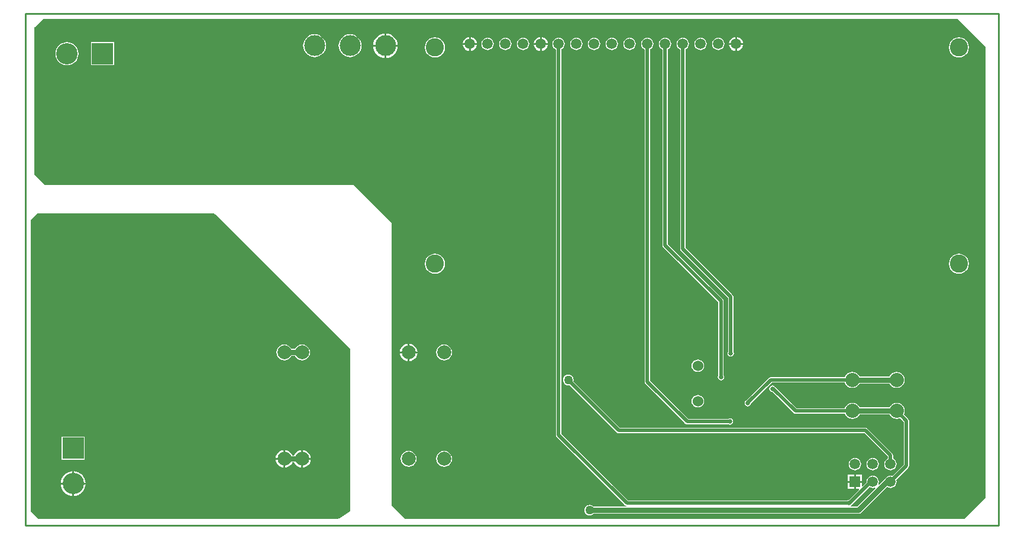
<source format=gbl>
G04 Layer_Physical_Order=2*
G04 Layer_Color=16711680*
%FSLAX44Y44*%
%MOMM*%
G71*
G01*
G75*
%ADD25C,0.5080*%
%ADD26C,0.7620*%
%ADD27C,0.1000*%
%ADD28C,0.2540*%
%ADD29C,2.0000*%
%ADD30C,1.5000*%
%ADD31R,1.5000X1.5000*%
%ADD32C,1.5240*%
%ADD33C,2.0320*%
%ADD34C,3.0000*%
%ADD35R,3.0480X3.0480*%
%ADD36C,3.0480*%
%ADD37R,3.0480X3.0480*%
%ADD38C,2.6000*%
%ADD39C,0.6350*%
%ADD40C,1.2700*%
G36*
X1718310Y1261110D02*
X1757680Y1221740D01*
Y575310D01*
X1727200Y544830D01*
X927100D01*
X908050Y563880D01*
Y969010D01*
X853440Y1023620D01*
X411480D01*
X396240Y1038860D01*
Y1249680D01*
X397510D01*
X408940Y1261110D01*
X1718310Y1261110D01*
D02*
G37*
G36*
X848360Y788669D02*
X848360Y556260D01*
X833120Y546100D01*
X829310Y544830D01*
X402590Y544830D01*
X391160Y556260D01*
Y972820D01*
X392430Y974090D01*
X401320Y982980D01*
X654051Y982980D01*
X848360Y788669D01*
D02*
G37*
%LPC*%
G36*
X1346200Y722707D02*
X1343879Y722401D01*
X1341717Y721505D01*
X1339860Y720080D01*
X1338435Y718223D01*
X1337539Y716061D01*
X1337233Y713740D01*
X1337539Y711419D01*
X1338435Y709257D01*
X1339860Y707400D01*
X1341717Y705975D01*
X1343879Y705079D01*
X1346200Y704773D01*
X1348521Y705079D01*
X1350683Y705975D01*
X1352540Y707400D01*
X1353965Y709257D01*
X1354861Y711419D01*
X1355167Y713740D01*
X1354861Y716061D01*
X1353965Y718223D01*
X1352540Y720080D01*
X1350683Y721505D01*
X1348521Y722401D01*
X1346200Y722707D01*
D02*
G37*
G36*
X1299210Y1234396D02*
X1296921Y1234094D01*
X1294787Y1233211D01*
X1292955Y1231805D01*
X1291549Y1229973D01*
X1290666Y1227839D01*
X1290364Y1225550D01*
X1290666Y1223261D01*
X1291549Y1221127D01*
X1292955Y1219295D01*
X1294787Y1217889D01*
X1295325Y1217666D01*
Y937260D01*
X1295621Y935773D01*
X1296463Y934513D01*
X1375335Y855641D01*
Y750217D01*
X1375033Y749764D01*
X1374688Y748030D01*
X1375033Y746296D01*
X1376015Y744825D01*
X1377486Y743843D01*
X1379220Y743498D01*
X1380954Y743843D01*
X1382425Y744825D01*
X1383407Y746296D01*
X1383752Y748030D01*
X1383407Y749764D01*
X1383105Y750217D01*
Y857250D01*
X1382809Y858737D01*
X1381967Y859997D01*
X1303095Y938869D01*
Y1217666D01*
X1303633Y1217889D01*
X1305465Y1219295D01*
X1306871Y1221127D01*
X1307754Y1223261D01*
X1308056Y1225550D01*
X1307754Y1227839D01*
X1306871Y1229973D01*
X1305465Y1231805D01*
X1303633Y1233211D01*
X1301499Y1234094D01*
X1299210Y1234396D01*
D02*
G37*
G36*
X1630680Y755749D02*
X1627696Y755356D01*
X1624916Y754204D01*
X1622528Y752372D01*
X1620696Y749984D01*
X1620454Y749399D01*
X1577406D01*
X1577164Y749984D01*
X1575332Y752372D01*
X1572944Y754204D01*
X1570164Y755356D01*
X1567180Y755749D01*
X1564196Y755356D01*
X1561416Y754204D01*
X1559028Y752372D01*
X1557196Y749984D01*
X1556417Y748105D01*
X1450340D01*
X1448853Y747809D01*
X1447593Y746967D01*
X1415266Y714640D01*
X1414435Y714085D01*
X1413453Y712614D01*
X1413108Y710880D01*
X1413453Y709146D01*
X1414435Y707675D01*
X1415906Y706693D01*
X1417640Y706348D01*
X1419374Y706693D01*
X1420845Y707675D01*
X1421827Y709146D01*
X1422092Y710479D01*
X1451949Y740335D01*
X1556417D01*
X1557196Y738456D01*
X1559028Y736068D01*
X1561416Y734236D01*
X1564196Y733084D01*
X1567180Y732691D01*
X1570164Y733084D01*
X1572944Y734236D01*
X1575332Y736068D01*
X1577164Y738456D01*
X1577406Y739041D01*
X1620454D01*
X1620696Y738456D01*
X1622528Y736068D01*
X1624916Y734236D01*
X1627696Y733084D01*
X1630680Y732691D01*
X1633664Y733084D01*
X1636444Y734236D01*
X1638832Y736068D01*
X1640664Y738456D01*
X1641816Y741236D01*
X1642209Y744220D01*
X1641816Y747204D01*
X1640664Y749984D01*
X1638832Y752372D01*
X1636444Y754204D01*
X1633664Y755356D01*
X1630680Y755749D01*
D02*
G37*
G36*
X1273810Y1234396D02*
X1271521Y1234094D01*
X1269387Y1233211D01*
X1267555Y1231805D01*
X1266149Y1229973D01*
X1265266Y1227839D01*
X1264964Y1225550D01*
X1265266Y1223261D01*
X1266149Y1221127D01*
X1267555Y1219295D01*
X1269387Y1217889D01*
X1269925Y1217666D01*
Y741680D01*
X1270221Y740193D01*
X1271063Y738933D01*
X1328213Y681783D01*
X1329473Y680941D01*
X1330960Y680645D01*
X1389733D01*
X1390186Y680343D01*
X1391920Y679998D01*
X1393654Y680343D01*
X1395125Y681325D01*
X1396107Y682796D01*
X1396452Y684530D01*
X1396107Y686264D01*
X1395125Y687735D01*
X1393654Y688717D01*
X1391920Y689062D01*
X1390186Y688717D01*
X1389733Y688415D01*
X1332569D01*
X1277695Y743289D01*
Y1217666D01*
X1278233Y1217889D01*
X1280065Y1219295D01*
X1281471Y1221127D01*
X1282354Y1223261D01*
X1282656Y1225550D01*
X1282354Y1227839D01*
X1281471Y1229973D01*
X1280065Y1231805D01*
X1278233Y1233211D01*
X1276099Y1234094D01*
X1273810Y1234396D01*
D02*
G37*
G36*
X1346200Y773507D02*
X1343879Y773201D01*
X1341717Y772305D01*
X1339860Y770880D01*
X1338435Y769023D01*
X1337539Y766861D01*
X1337233Y764540D01*
X1337539Y762219D01*
X1338435Y760057D01*
X1339860Y758200D01*
X1341717Y756775D01*
X1343879Y755879D01*
X1346200Y755573D01*
X1348521Y755879D01*
X1350683Y756775D01*
X1352540Y758200D01*
X1353965Y760057D01*
X1354861Y762219D01*
X1355167Y764540D01*
X1354861Y766861D01*
X1353965Y769023D01*
X1352540Y770880D01*
X1350683Y772305D01*
X1348521Y773201D01*
X1346200Y773507D01*
D02*
G37*
G36*
X931010Y796071D02*
X929006Y795807D01*
X925956Y794544D01*
X923336Y792534D01*
X921326Y789914D01*
X920063Y786864D01*
X919799Y784860D01*
X931010D01*
Y796071D01*
D02*
G37*
G36*
X933550Y796071D02*
Y784860D01*
X944761D01*
X944497Y786864D01*
X943234Y789914D01*
X941224Y792534D01*
X938604Y794544D01*
X935554Y795807D01*
X933550Y796071D01*
D02*
G37*
G36*
X1324610Y1234396D02*
X1322321Y1234094D01*
X1320187Y1233211D01*
X1318355Y1231805D01*
X1316949Y1229973D01*
X1316066Y1227839D01*
X1315764Y1225550D01*
X1316066Y1223261D01*
X1316949Y1221127D01*
X1318355Y1219295D01*
X1320187Y1217889D01*
X1320725Y1217666D01*
Y932180D01*
X1321021Y930693D01*
X1321863Y929433D01*
X1389305Y861991D01*
Y784507D01*
X1389003Y784054D01*
X1388658Y782320D01*
X1389003Y780586D01*
X1389985Y779115D01*
X1391456Y778133D01*
X1393190Y777788D01*
X1394924Y778133D01*
X1396395Y779115D01*
X1397377Y780586D01*
X1397722Y782320D01*
X1397377Y784054D01*
X1397075Y784507D01*
Y863600D01*
X1396779Y865087D01*
X1395937Y866347D01*
X1328495Y933789D01*
Y1217666D01*
X1329033Y1217889D01*
X1330865Y1219295D01*
X1332271Y1221127D01*
X1333154Y1223261D01*
X1333456Y1225550D01*
X1333154Y1227839D01*
X1332271Y1229973D01*
X1330865Y1231805D01*
X1329033Y1233211D01*
X1326899Y1234094D01*
X1324610Y1234396D01*
D02*
G37*
G36*
X944761Y782320D02*
X933550D01*
Y771109D01*
X935554Y771373D01*
X938604Y772636D01*
X941224Y774646D01*
X943234Y777266D01*
X944497Y780316D01*
X944761Y782320D01*
D02*
G37*
G36*
X931010D02*
X919799D01*
X920063Y780316D01*
X921326Y777266D01*
X923336Y774646D01*
X925956Y772636D01*
X929006Y771373D01*
X931010Y771109D01*
Y782320D01*
D02*
G37*
G36*
X983080Y794957D02*
X980138Y794570D01*
X977396Y793434D01*
X975042Y791628D01*
X973236Y789274D01*
X972100Y786532D01*
X971713Y783590D01*
X972100Y780648D01*
X973236Y777906D01*
X975042Y775552D01*
X977396Y773746D01*
X980138Y772610D01*
X983080Y772223D01*
X986022Y772610D01*
X988764Y773746D01*
X991118Y775552D01*
X992924Y777906D01*
X994060Y780648D01*
X994447Y783590D01*
X994060Y786532D01*
X992924Y789274D01*
X991118Y791628D01*
X988764Y793434D01*
X986022Y794570D01*
X983080Y794957D01*
D02*
G37*
G36*
X1569720Y608210D02*
X1560950D01*
Y599440D01*
X1569720D01*
Y608210D01*
D02*
G37*
G36*
X1146810Y1234396D02*
X1144521Y1234094D01*
X1142387Y1233211D01*
X1140555Y1231805D01*
X1139149Y1229973D01*
X1138266Y1227839D01*
X1137964Y1225550D01*
X1138266Y1223261D01*
X1139149Y1221127D01*
X1140555Y1219295D01*
X1142387Y1217889D01*
X1142925Y1217666D01*
Y665480D01*
X1143221Y663993D01*
X1144063Y662733D01*
X1241853Y564943D01*
X1243113Y564101D01*
X1243724Y563979D01*
X1243599Y562710D01*
X1196890D01*
X1196695Y562965D01*
X1195103Y564186D01*
X1193249Y564954D01*
X1191260Y565216D01*
X1189271Y564954D01*
X1187417Y564186D01*
X1185825Y562965D01*
X1184604Y561373D01*
X1183836Y559519D01*
X1183574Y557530D01*
X1183836Y555541D01*
X1184604Y553687D01*
X1185825Y552095D01*
X1187417Y550874D01*
X1189271Y550106D01*
X1191260Y549844D01*
X1193249Y550106D01*
X1195103Y550874D01*
X1196695Y552095D01*
X1196890Y552351D01*
X1576070D01*
X1578052Y552745D01*
X1579733Y553867D01*
X1616805Y590941D01*
X1617367Y590509D01*
X1619501Y589626D01*
X1621790Y589324D01*
X1624079Y589626D01*
X1626213Y590509D01*
X1628045Y591915D01*
X1629451Y593747D01*
X1630334Y595881D01*
X1630636Y598170D01*
X1630334Y600459D01*
X1630111Y600998D01*
X1647397Y618283D01*
X1648239Y619543D01*
X1648535Y621030D01*
Y685800D01*
X1648239Y687287D01*
X1647397Y688547D01*
X1641037Y694906D01*
X1641816Y696786D01*
X1642209Y699770D01*
X1641816Y702754D01*
X1640664Y705534D01*
X1638832Y707922D01*
X1636444Y709754D01*
X1633664Y710906D01*
X1630680Y711299D01*
X1627696Y710906D01*
X1624916Y709754D01*
X1622528Y707922D01*
X1620696Y705534D01*
X1620454Y704949D01*
X1577406D01*
X1577164Y705534D01*
X1575332Y707922D01*
X1572944Y709754D01*
X1570164Y710906D01*
X1567180Y711299D01*
X1564196Y710906D01*
X1561416Y709754D01*
X1559028Y707922D01*
X1557196Y705534D01*
X1556417Y703655D01*
X1487509D01*
X1456897Y734267D01*
X1455637Y735109D01*
X1455456Y735145D01*
X1454614Y735707D01*
X1452880Y736052D01*
X1451146Y735707D01*
X1449675Y734725D01*
X1448693Y733254D01*
X1448348Y731520D01*
X1448693Y729786D01*
X1449675Y728315D01*
X1451146Y727333D01*
X1452880Y726988D01*
X1453137Y727039D01*
X1483153Y697023D01*
X1484413Y696181D01*
X1485900Y695885D01*
X1556417D01*
X1557196Y694006D01*
X1559028Y691618D01*
X1561416Y689786D01*
X1564196Y688634D01*
X1567180Y688241D01*
X1570164Y688634D01*
X1572944Y689786D01*
X1575332Y691618D01*
X1577164Y694006D01*
X1577406Y694591D01*
X1620454D01*
X1620696Y694006D01*
X1622528Y691618D01*
X1624916Y689786D01*
X1627696Y688634D01*
X1630680Y688241D01*
X1633664Y688634D01*
X1635544Y689413D01*
X1640765Y684191D01*
Y622639D01*
X1624618Y606491D01*
X1624079Y606714D01*
X1621790Y607016D01*
X1619501Y606714D01*
X1617367Y605831D01*
X1615535Y604425D01*
X1614129Y602593D01*
X1614108Y602541D01*
X1613047Y601833D01*
X1605753Y594538D01*
X1604676Y595257D01*
X1604934Y595881D01*
X1605236Y598170D01*
X1604934Y600459D01*
X1604051Y602593D01*
X1602645Y604425D01*
X1600813Y605831D01*
X1598679Y606714D01*
X1596390Y607016D01*
X1594101Y606714D01*
X1591967Y605831D01*
X1590135Y604425D01*
X1588729Y602593D01*
X1587846Y600459D01*
X1587544Y598170D01*
X1587639Y597453D01*
X1582203Y592017D01*
X1581030Y592503D01*
Y596900D01*
X1572260D01*
Y588130D01*
X1576657D01*
X1577143Y586957D01*
X1562357Y572171D01*
X1562100Y572222D01*
X1560366Y571877D01*
X1559913Y571575D01*
X1246209D01*
X1150695Y667089D01*
Y1217666D01*
X1151233Y1217889D01*
X1153065Y1219295D01*
X1154471Y1221127D01*
X1155354Y1223261D01*
X1155656Y1225550D01*
X1155354Y1227839D01*
X1154471Y1229973D01*
X1153065Y1231805D01*
X1151233Y1233211D01*
X1149099Y1234094D01*
X1146810Y1234396D01*
D02*
G37*
G36*
X1569720Y596900D02*
X1560950D01*
Y588130D01*
X1569720D01*
Y596900D01*
D02*
G37*
G36*
X1581030Y608210D02*
X1572260D01*
Y599440D01*
X1581030D01*
Y608210D01*
D02*
G37*
G36*
X932280Y642557D02*
X929338Y642170D01*
X926596Y641034D01*
X924242Y639228D01*
X922436Y636874D01*
X921300Y634132D01*
X920913Y631190D01*
X921300Y628248D01*
X922436Y625506D01*
X924242Y623152D01*
X926596Y621346D01*
X929338Y620210D01*
X932280Y619823D01*
X935222Y620210D01*
X937964Y621346D01*
X940318Y623152D01*
X942124Y625506D01*
X943260Y628248D01*
X943647Y631190D01*
X943260Y634132D01*
X942124Y636874D01*
X940318Y639228D01*
X937964Y641034D01*
X935222Y642170D01*
X932280Y642557D01*
D02*
G37*
G36*
X983080D02*
X980138Y642170D01*
X977396Y641034D01*
X975042Y639228D01*
X973236Y636874D01*
X972100Y634132D01*
X971713Y631190D01*
X972100Y628248D01*
X973236Y625506D01*
X975042Y623152D01*
X977396Y621346D01*
X980138Y620210D01*
X983080Y619823D01*
X986022Y620210D01*
X988764Y621346D01*
X991118Y623152D01*
X992924Y625506D01*
X994060Y628248D01*
X994447Y631190D01*
X994060Y634132D01*
X992924Y636874D01*
X991118Y639228D01*
X988764Y641034D01*
X986022Y642170D01*
X983080Y642557D01*
D02*
G37*
G36*
X1570990Y632416D02*
X1568701Y632114D01*
X1566567Y631231D01*
X1564735Y629825D01*
X1563329Y627993D01*
X1562446Y625859D01*
X1562144Y623570D01*
X1562446Y621281D01*
X1563329Y619147D01*
X1564735Y617315D01*
X1566567Y615909D01*
X1568701Y615026D01*
X1570990Y614724D01*
X1573279Y615026D01*
X1575413Y615909D01*
X1577245Y617315D01*
X1578651Y619147D01*
X1579534Y621281D01*
X1579836Y623570D01*
X1579534Y625859D01*
X1578651Y627993D01*
X1577245Y629825D01*
X1575413Y631231D01*
X1573279Y632114D01*
X1570990Y632416D01*
D02*
G37*
G36*
X1596390D02*
X1594101Y632114D01*
X1591967Y631231D01*
X1590135Y629825D01*
X1588729Y627993D01*
X1587846Y625859D01*
X1587544Y623570D01*
X1587846Y621281D01*
X1588729Y619147D01*
X1590135Y617315D01*
X1591967Y615909D01*
X1594101Y615026D01*
X1596390Y614724D01*
X1598679Y615026D01*
X1600813Y615909D01*
X1602645Y617315D01*
X1604051Y619147D01*
X1604934Y621281D01*
X1605236Y623570D01*
X1604934Y625859D01*
X1604051Y627993D01*
X1602645Y629825D01*
X1600813Y631231D01*
X1598679Y632114D01*
X1596390Y632416D01*
D02*
G37*
G36*
X1160780Y751906D02*
X1158791Y751644D01*
X1156937Y750876D01*
X1155345Y749655D01*
X1154124Y748063D01*
X1153356Y746209D01*
X1153094Y744220D01*
X1153356Y742231D01*
X1154124Y740377D01*
X1155345Y738785D01*
X1156937Y737564D01*
X1158791Y736796D01*
X1160780Y736534D01*
X1162717Y736789D01*
X1230423Y669083D01*
X1231683Y668241D01*
X1233170Y667945D01*
X1584621D01*
X1617905Y634661D01*
Y631454D01*
X1617367Y631231D01*
X1615535Y629825D01*
X1614129Y627993D01*
X1613246Y625859D01*
X1612944Y623570D01*
X1613246Y621281D01*
X1614129Y619147D01*
X1615535Y617315D01*
X1617367Y615909D01*
X1619501Y615026D01*
X1621790Y614724D01*
X1624079Y615026D01*
X1626213Y615909D01*
X1628045Y617315D01*
X1629451Y619147D01*
X1630334Y621281D01*
X1630636Y623570D01*
X1630334Y625859D01*
X1629451Y627993D01*
X1628045Y629825D01*
X1626213Y631231D01*
X1625675Y631454D01*
Y636270D01*
X1625379Y637757D01*
X1624537Y639017D01*
X1588977Y674577D01*
X1587717Y675419D01*
X1586230Y675715D01*
X1234779D01*
X1168211Y742283D01*
X1168466Y744220D01*
X1168204Y746209D01*
X1167436Y748063D01*
X1166215Y749655D01*
X1164623Y750876D01*
X1162769Y751644D01*
X1160780Y751906D01*
D02*
G37*
G36*
X1248410Y1234396D02*
X1246121Y1234094D01*
X1243987Y1233211D01*
X1242155Y1231805D01*
X1240749Y1229973D01*
X1239866Y1227839D01*
X1239564Y1225550D01*
X1239866Y1223261D01*
X1240749Y1221127D01*
X1242155Y1219295D01*
X1243987Y1217889D01*
X1246121Y1217006D01*
X1248410Y1216704D01*
X1250699Y1217006D01*
X1252833Y1217889D01*
X1254665Y1219295D01*
X1256071Y1221127D01*
X1256954Y1223261D01*
X1257256Y1225550D01*
X1256954Y1227839D01*
X1256071Y1229973D01*
X1254665Y1231805D01*
X1252833Y1233211D01*
X1250699Y1234094D01*
X1248410Y1234396D01*
D02*
G37*
G36*
X1223010D02*
X1220721Y1234094D01*
X1218587Y1233211D01*
X1216755Y1231805D01*
X1215349Y1229973D01*
X1214466Y1227839D01*
X1214164Y1225550D01*
X1214466Y1223261D01*
X1215349Y1221127D01*
X1216755Y1219295D01*
X1218587Y1217889D01*
X1220721Y1217006D01*
X1223010Y1216704D01*
X1225299Y1217006D01*
X1227433Y1217889D01*
X1229265Y1219295D01*
X1230671Y1221127D01*
X1231554Y1223261D01*
X1231856Y1225550D01*
X1231554Y1227839D01*
X1230671Y1229973D01*
X1229265Y1231805D01*
X1227433Y1233211D01*
X1225299Y1234094D01*
X1223010Y1234396D01*
D02*
G37*
G36*
X1375410D02*
X1373121Y1234094D01*
X1370987Y1233211D01*
X1369155Y1231805D01*
X1367749Y1229973D01*
X1366866Y1227839D01*
X1366564Y1225550D01*
X1366866Y1223261D01*
X1367749Y1221127D01*
X1369155Y1219295D01*
X1370987Y1217889D01*
X1373121Y1217006D01*
X1375410Y1216704D01*
X1377699Y1217006D01*
X1379833Y1217889D01*
X1381665Y1219295D01*
X1383071Y1221127D01*
X1383954Y1223261D01*
X1384256Y1225550D01*
X1383954Y1227839D01*
X1383071Y1229973D01*
X1381665Y1231805D01*
X1379833Y1233211D01*
X1377699Y1234094D01*
X1375410Y1234396D01*
D02*
G37*
G36*
X1350010D02*
X1347721Y1234094D01*
X1345587Y1233211D01*
X1343755Y1231805D01*
X1342349Y1229973D01*
X1341466Y1227839D01*
X1341164Y1225550D01*
X1341466Y1223261D01*
X1342349Y1221127D01*
X1343755Y1219295D01*
X1345587Y1217889D01*
X1347721Y1217006D01*
X1350010Y1216704D01*
X1352299Y1217006D01*
X1354433Y1217889D01*
X1356265Y1219295D01*
X1357671Y1221127D01*
X1358554Y1223261D01*
X1358856Y1225550D01*
X1358554Y1227839D01*
X1357671Y1229973D01*
X1356265Y1231805D01*
X1354433Y1233211D01*
X1352299Y1234094D01*
X1350010Y1234396D01*
D02*
G37*
G36*
X1096010D02*
X1093721Y1234094D01*
X1091587Y1233211D01*
X1089755Y1231805D01*
X1088349Y1229973D01*
X1087466Y1227839D01*
X1087164Y1225550D01*
X1087466Y1223261D01*
X1088349Y1221127D01*
X1089755Y1219295D01*
X1091587Y1217889D01*
X1093721Y1217006D01*
X1096010Y1216704D01*
X1098299Y1217006D01*
X1100433Y1217889D01*
X1102265Y1219295D01*
X1103671Y1221127D01*
X1104554Y1223261D01*
X1104856Y1225550D01*
X1104554Y1227839D01*
X1103671Y1229973D01*
X1102265Y1231805D01*
X1100433Y1233211D01*
X1098299Y1234094D01*
X1096010Y1234396D01*
D02*
G37*
G36*
X1070610D02*
X1068321Y1234094D01*
X1066187Y1233211D01*
X1064355Y1231805D01*
X1062949Y1229973D01*
X1062066Y1227839D01*
X1061764Y1225550D01*
X1062066Y1223261D01*
X1062949Y1221127D01*
X1064355Y1219295D01*
X1066187Y1217889D01*
X1068321Y1217006D01*
X1070610Y1216704D01*
X1072899Y1217006D01*
X1075033Y1217889D01*
X1076865Y1219295D01*
X1078271Y1221127D01*
X1079154Y1223261D01*
X1079456Y1225550D01*
X1079154Y1227839D01*
X1078271Y1229973D01*
X1076865Y1231805D01*
X1075033Y1233211D01*
X1072899Y1234094D01*
X1070610Y1234396D01*
D02*
G37*
G36*
X1197610D02*
X1195321Y1234094D01*
X1193187Y1233211D01*
X1191355Y1231805D01*
X1189949Y1229973D01*
X1189066Y1227839D01*
X1188764Y1225550D01*
X1189066Y1223261D01*
X1189949Y1221127D01*
X1191355Y1219295D01*
X1193187Y1217889D01*
X1195321Y1217006D01*
X1197610Y1216704D01*
X1199899Y1217006D01*
X1202033Y1217889D01*
X1203865Y1219295D01*
X1205271Y1221127D01*
X1206154Y1223261D01*
X1206456Y1225550D01*
X1206154Y1227839D01*
X1205271Y1229973D01*
X1203865Y1231805D01*
X1202033Y1233211D01*
X1199899Y1234094D01*
X1197610Y1234396D01*
D02*
G37*
G36*
X1172210D02*
X1169921Y1234094D01*
X1167787Y1233211D01*
X1165955Y1231805D01*
X1164549Y1229973D01*
X1163666Y1227839D01*
X1163364Y1225550D01*
X1163666Y1223261D01*
X1164549Y1221127D01*
X1165955Y1219295D01*
X1167787Y1217889D01*
X1169921Y1217006D01*
X1172210Y1216704D01*
X1174499Y1217006D01*
X1176633Y1217889D01*
X1178465Y1219295D01*
X1179871Y1221127D01*
X1180754Y1223261D01*
X1181056Y1225550D01*
X1180754Y1227839D01*
X1179871Y1229973D01*
X1178465Y1231805D01*
X1176633Y1233211D01*
X1174499Y1234094D01*
X1172210Y1234396D01*
D02*
G37*
G36*
X1122680Y1235509D02*
Y1226820D01*
X1131369D01*
X1131192Y1228171D01*
X1130180Y1230613D01*
X1128571Y1232711D01*
X1126473Y1234320D01*
X1124031Y1235332D01*
X1122680Y1235509D01*
D02*
G37*
G36*
X1120140D02*
X1118789Y1235332D01*
X1116347Y1234320D01*
X1114249Y1232711D01*
X1112640Y1230613D01*
X1111628Y1228171D01*
X1111451Y1226820D01*
X1120140D01*
Y1235509D01*
D02*
G37*
G36*
X1402080D02*
Y1226820D01*
X1410769D01*
X1410592Y1228171D01*
X1409580Y1230613D01*
X1407971Y1232711D01*
X1405873Y1234320D01*
X1403431Y1235332D01*
X1402080Y1235509D01*
D02*
G37*
G36*
X1399540D02*
X1398189Y1235332D01*
X1395747Y1234320D01*
X1393649Y1232711D01*
X1392040Y1230613D01*
X1391028Y1228171D01*
X1390851Y1226820D01*
X1399540D01*
Y1235509D01*
D02*
G37*
G36*
X900430Y1240510D02*
Y1224280D01*
X916660D01*
X916446Y1226448D01*
X915443Y1229755D01*
X913814Y1232802D01*
X911623Y1235473D01*
X908952Y1237664D01*
X905905Y1239293D01*
X902598Y1240296D01*
X900430Y1240510D01*
D02*
G37*
G36*
X897890D02*
X895722Y1240296D01*
X892415Y1239293D01*
X889368Y1237664D01*
X886697Y1235473D01*
X884505Y1232802D01*
X882877Y1229755D01*
X881874Y1226448D01*
X881660Y1224280D01*
X897890D01*
Y1240510D01*
D02*
G37*
G36*
X1021080Y1235509D02*
Y1226820D01*
X1029769D01*
X1029592Y1228171D01*
X1028580Y1230613D01*
X1026971Y1232711D01*
X1024873Y1234320D01*
X1022431Y1235332D01*
X1021080Y1235509D01*
D02*
G37*
G36*
X1018540D02*
X1017189Y1235332D01*
X1014747Y1234320D01*
X1012649Y1232711D01*
X1011040Y1230613D01*
X1010028Y1228171D01*
X1009851Y1226820D01*
X1018540D01*
Y1235509D01*
D02*
G37*
G36*
X1045210Y1234396D02*
X1042921Y1234094D01*
X1040787Y1233211D01*
X1038955Y1231805D01*
X1037549Y1229973D01*
X1036666Y1227839D01*
X1036364Y1225550D01*
X1036666Y1223261D01*
X1037549Y1221127D01*
X1038955Y1219295D01*
X1040787Y1217889D01*
X1042921Y1217006D01*
X1045210Y1216704D01*
X1047499Y1217006D01*
X1049633Y1217889D01*
X1051465Y1219295D01*
X1052871Y1221127D01*
X1053754Y1223261D01*
X1054056Y1225550D01*
X1053754Y1227839D01*
X1052871Y1229973D01*
X1051465Y1231805D01*
X1049633Y1233211D01*
X1047499Y1234094D01*
X1045210Y1234396D01*
D02*
G37*
G36*
X916660Y1221740D02*
X900430D01*
Y1205510D01*
X902598Y1205724D01*
X905905Y1206727D01*
X908952Y1208355D01*
X911623Y1210547D01*
X913814Y1213218D01*
X915443Y1216265D01*
X916446Y1219572D01*
X916660Y1221740D01*
D02*
G37*
G36*
X897890D02*
X881660D01*
X881874Y1219572D01*
X882877Y1216265D01*
X884505Y1213218D01*
X886697Y1210547D01*
X889368Y1208355D01*
X892415Y1206727D01*
X895722Y1205724D01*
X897890Y1205510D01*
Y1221740D01*
D02*
G37*
G36*
X1719810Y1234943D02*
X1716085Y1234453D01*
X1712613Y1233015D01*
X1709633Y1230727D01*
X1707345Y1227747D01*
X1705907Y1224275D01*
X1705417Y1220550D01*
X1705907Y1216825D01*
X1707345Y1213353D01*
X1709633Y1210372D01*
X1712613Y1208085D01*
X1716085Y1206647D01*
X1719810Y1206157D01*
X1723535Y1206647D01*
X1727007Y1208085D01*
X1729987Y1210372D01*
X1732275Y1213353D01*
X1733713Y1216825D01*
X1734203Y1220550D01*
X1733713Y1224275D01*
X1732275Y1227747D01*
X1729987Y1230727D01*
X1727007Y1233015D01*
X1723535Y1234453D01*
X1719810Y1234943D01*
D02*
G37*
G36*
X969810D02*
X966085Y1234453D01*
X962613Y1233015D01*
X959632Y1230727D01*
X957345Y1227747D01*
X955907Y1224275D01*
X955417Y1220550D01*
X955907Y1216825D01*
X957345Y1213353D01*
X959632Y1210372D01*
X962613Y1208085D01*
X966085Y1206647D01*
X969810Y1206157D01*
X973535Y1206647D01*
X977007Y1208085D01*
X979987Y1210372D01*
X982275Y1213353D01*
X983713Y1216825D01*
X984203Y1220550D01*
X983713Y1224275D01*
X982275Y1227747D01*
X979987Y1230727D01*
X977007Y1233015D01*
X973535Y1234453D01*
X969810Y1234943D01*
D02*
G37*
G36*
X1719810Y924943D02*
X1716085Y924453D01*
X1712613Y923015D01*
X1709633Y920727D01*
X1707345Y917747D01*
X1705907Y914275D01*
X1705417Y910550D01*
X1705907Y906825D01*
X1707345Y903353D01*
X1709633Y900372D01*
X1712613Y898085D01*
X1716085Y896647D01*
X1719810Y896157D01*
X1723535Y896647D01*
X1727007Y898085D01*
X1729987Y900372D01*
X1732275Y903353D01*
X1733713Y906825D01*
X1734203Y910550D01*
X1733713Y914275D01*
X1732275Y917747D01*
X1729987Y920727D01*
X1727007Y923015D01*
X1723535Y924453D01*
X1719810Y924943D01*
D02*
G37*
G36*
X969810D02*
X966085Y924453D01*
X962613Y923015D01*
X959632Y920727D01*
X957345Y917747D01*
X955907Y914275D01*
X955417Y910550D01*
X955907Y906825D01*
X957345Y903353D01*
X959632Y900372D01*
X962613Y898085D01*
X966085Y896647D01*
X969810Y896157D01*
X973535Y896647D01*
X977007Y898085D01*
X979987Y900372D01*
X982275Y903353D01*
X983713Y906825D01*
X984203Y910550D01*
X983713Y914275D01*
X982275Y917747D01*
X979987Y920727D01*
X977007Y923015D01*
X973535Y924453D01*
X969810Y924943D01*
D02*
G37*
G36*
X510540Y1228090D02*
X477520D01*
Y1195070D01*
X510540D01*
Y1228090D01*
D02*
G37*
G36*
X443230Y1228170D02*
X439994Y1227851D01*
X436881Y1226907D01*
X434013Y1225374D01*
X431499Y1223311D01*
X429436Y1220797D01*
X427903Y1217929D01*
X426959Y1214817D01*
X426640Y1211580D01*
X426959Y1208344D01*
X427903Y1205231D01*
X429436Y1202363D01*
X431499Y1199849D01*
X434013Y1197786D01*
X436881Y1196253D01*
X439994Y1195309D01*
X443230Y1194990D01*
X446466Y1195309D01*
X449579Y1196253D01*
X452447Y1197786D01*
X454961Y1199849D01*
X457024Y1202363D01*
X458557Y1205231D01*
X459501Y1208344D01*
X459820Y1211580D01*
X459501Y1214817D01*
X458557Y1217929D01*
X457024Y1220797D01*
X454961Y1223311D01*
X452447Y1225374D01*
X449579Y1226907D01*
X446466Y1227851D01*
X443230Y1228170D01*
D02*
G37*
G36*
X1131369Y1224280D02*
X1122680D01*
Y1215591D01*
X1124031Y1215768D01*
X1126473Y1216780D01*
X1128571Y1218389D01*
X1130180Y1220487D01*
X1131192Y1222929D01*
X1131369Y1224280D01*
D02*
G37*
G36*
X1120140D02*
X1111451D01*
X1111628Y1222929D01*
X1112640Y1220487D01*
X1114249Y1218389D01*
X1116347Y1216780D01*
X1118789Y1215768D01*
X1120140Y1215591D01*
Y1224280D01*
D02*
G37*
G36*
X1410769D02*
X1402080D01*
Y1215591D01*
X1403431Y1215768D01*
X1405873Y1216780D01*
X1407971Y1218389D01*
X1409580Y1220487D01*
X1410592Y1222929D01*
X1410769Y1224280D01*
D02*
G37*
G36*
X1399540D02*
X1390851D01*
X1391028Y1222929D01*
X1392040Y1220487D01*
X1393649Y1218389D01*
X1395747Y1216780D01*
X1398189Y1215768D01*
X1399540Y1215591D01*
Y1224280D01*
D02*
G37*
G36*
X797560Y1239359D02*
X794370Y1239045D01*
X791304Y1238114D01*
X788477Y1236603D01*
X786000Y1234570D01*
X783967Y1232093D01*
X782456Y1229266D01*
X781525Y1226199D01*
X781211Y1223010D01*
X781525Y1219820D01*
X782456Y1216754D01*
X783967Y1213927D01*
X786000Y1211450D01*
X788477Y1209417D01*
X791304Y1207906D01*
X794370Y1206975D01*
X797560Y1206661D01*
X800750Y1206975D01*
X803816Y1207906D01*
X806643Y1209417D01*
X809120Y1211450D01*
X811153Y1213927D01*
X812664Y1216754D01*
X813595Y1219820D01*
X813909Y1223010D01*
X813595Y1226199D01*
X812664Y1229266D01*
X811153Y1232093D01*
X809120Y1234570D01*
X806643Y1236603D01*
X803816Y1238114D01*
X800750Y1239045D01*
X797560Y1239359D01*
D02*
G37*
G36*
X848360D02*
X845171Y1239045D01*
X842104Y1238114D01*
X839277Y1236603D01*
X836800Y1234570D01*
X834767Y1232093D01*
X833256Y1229266D01*
X832325Y1226199D01*
X832011Y1223010D01*
X832325Y1219820D01*
X833256Y1216754D01*
X834767Y1213927D01*
X836800Y1211450D01*
X839277Y1209417D01*
X842104Y1207906D01*
X845171Y1206975D01*
X848360Y1206661D01*
X851550Y1206975D01*
X854616Y1207906D01*
X857443Y1209417D01*
X859920Y1211450D01*
X861953Y1213927D01*
X863464Y1216754D01*
X864395Y1219820D01*
X864709Y1223010D01*
X864395Y1226199D01*
X863464Y1229266D01*
X861953Y1232093D01*
X859920Y1234570D01*
X857443Y1236603D01*
X854616Y1238114D01*
X851550Y1239045D01*
X848360Y1239359D01*
D02*
G37*
G36*
X1029769Y1224280D02*
X1021080D01*
Y1215591D01*
X1022431Y1215768D01*
X1024873Y1216780D01*
X1026971Y1218389D01*
X1028580Y1220487D01*
X1029592Y1222929D01*
X1029769Y1224280D01*
D02*
G37*
G36*
X1018540D02*
X1009851D01*
X1010028Y1222929D01*
X1011040Y1220487D01*
X1012649Y1218389D01*
X1014747Y1216780D01*
X1017189Y1215768D01*
X1018540Y1215591D01*
Y1224280D01*
D02*
G37*
%LPD*%
G36*
X1591967Y590509D02*
X1594101Y589626D01*
X1596390Y589324D01*
X1598679Y589626D01*
X1599303Y589884D01*
X1600022Y588807D01*
X1573925Y562710D01*
X1564933D01*
X1564898Y562825D01*
X1564857Y564101D01*
X1566117Y564943D01*
X1591806Y590633D01*
X1591967Y590509D01*
D02*
G37*
%LPC*%
G36*
X753010Y643671D02*
X751006Y643407D01*
X747956Y642144D01*
X745336Y640134D01*
X743326Y637514D01*
X742063Y634464D01*
X741799Y632460D01*
X753010D01*
Y643671D01*
D02*
G37*
G36*
X780950D02*
Y632460D01*
X792161D01*
X791897Y634464D01*
X790634Y637514D01*
X788624Y640134D01*
X786004Y642144D01*
X782954Y643407D01*
X780950Y643671D01*
D02*
G37*
G36*
X778410D02*
X776406Y643407D01*
X773356Y642144D01*
X770736Y640134D01*
X768726Y637514D01*
X767667Y634957D01*
X766293D01*
X765234Y637514D01*
X763224Y640134D01*
X760604Y642144D01*
X757554Y643407D01*
X755550Y643671D01*
Y631190D01*
Y618709D01*
X757554Y618973D01*
X760604Y620236D01*
X763224Y622246D01*
X765234Y624866D01*
X766293Y627423D01*
X767667D01*
X768726Y624866D01*
X770736Y622246D01*
X773356Y620236D01*
X776406Y618973D01*
X778410Y618709D01*
Y631190D01*
Y643671D01*
D02*
G37*
G36*
X779680Y794957D02*
X776738Y794570D01*
X773996Y793434D01*
X771642Y791628D01*
X769836Y789274D01*
X769627Y788770D01*
X764333D01*
X764124Y789274D01*
X762318Y791628D01*
X759964Y793434D01*
X757222Y794570D01*
X754280Y794957D01*
X751338Y794570D01*
X748596Y793434D01*
X746242Y791628D01*
X744436Y789274D01*
X743300Y786532D01*
X742913Y783590D01*
X743300Y780648D01*
X744436Y777906D01*
X746242Y775552D01*
X748596Y773746D01*
X751338Y772610D01*
X754280Y772223D01*
X757222Y772610D01*
X759964Y773746D01*
X762318Y775552D01*
X764124Y777906D01*
X764333Y778410D01*
X769627D01*
X769836Y777906D01*
X771642Y775552D01*
X773996Y773746D01*
X776738Y772610D01*
X779680Y772223D01*
X782622Y772610D01*
X785364Y773746D01*
X787718Y775552D01*
X789524Y777906D01*
X790660Y780648D01*
X791047Y783590D01*
X790660Y786532D01*
X789524Y789274D01*
X787718Y791628D01*
X785364Y793434D01*
X782622Y794570D01*
X779680Y794957D01*
D02*
G37*
G36*
X468630Y662940D02*
X435610D01*
Y629920D01*
X468630D01*
Y662940D01*
D02*
G37*
G36*
X450850Y613371D02*
X448634Y613153D01*
X445283Y612136D01*
X442194Y610485D01*
X439487Y608263D01*
X437265Y605556D01*
X435614Y602467D01*
X434597Y599115D01*
X434379Y596900D01*
X450850D01*
Y613371D01*
D02*
G37*
G36*
X453390D02*
Y596900D01*
X469861D01*
X469643Y599115D01*
X468626Y602467D01*
X466975Y605556D01*
X464753Y608263D01*
X462046Y610485D01*
X458957Y612136D01*
X455606Y613153D01*
X453390Y613371D01*
D02*
G37*
G36*
X450850Y594360D02*
X434379D01*
X434597Y592145D01*
X435614Y588793D01*
X437265Y585704D01*
X439487Y582997D01*
X442194Y580775D01*
X445283Y579124D01*
X448634Y578107D01*
X450850Y577889D01*
Y594360D01*
D02*
G37*
G36*
X469861D02*
X453390D01*
Y577889D01*
X455606Y578107D01*
X458957Y579124D01*
X462046Y580775D01*
X464753Y582997D01*
X466975Y585704D01*
X468626Y588793D01*
X469643Y592145D01*
X469861Y594360D01*
D02*
G37*
G36*
X792161Y629920D02*
X780950D01*
Y618709D01*
X782954Y618973D01*
X786004Y620236D01*
X788624Y622246D01*
X790634Y624866D01*
X791897Y627916D01*
X792161Y629920D01*
D02*
G37*
G36*
X753010D02*
X741799D01*
X742063Y627916D01*
X743326Y624866D01*
X745336Y622246D01*
X747956Y620236D01*
X751006Y618973D01*
X753010Y618709D01*
Y629920D01*
D02*
G37*
%LPD*%
D25*
X1299210Y937260D02*
X1379220Y857250D01*
X1299210Y937260D02*
Y1225550D01*
X1324610Y932180D02*
Y1225550D01*
Y932180D02*
X1393190Y863600D01*
X1452880Y731520D02*
X1454150D01*
X1485900Y699770D01*
X1567180D01*
X1244600Y567690D02*
X1562100D01*
X1146810Y665480D02*
X1244600Y567690D01*
X1562100D02*
X1563370D01*
X1593850Y598170D01*
X1393190Y782320D02*
Y863600D01*
X1621790Y598170D02*
X1644650Y621030D01*
Y685800D01*
X1630680Y699770D02*
X1644650Y685800D01*
X1450340Y744220D02*
X1567180D01*
X1417640Y710880D02*
Y711520D01*
X1450340Y744220D01*
X1593850Y598170D02*
X1596390D01*
X1330960Y684530D02*
X1391920D01*
X1273810Y741680D02*
X1330960Y684530D01*
X1273810Y741680D02*
Y1225550D01*
X1146810Y665480D02*
Y1225550D01*
X1621790Y623570D02*
Y636270D01*
X1586230Y671830D02*
X1621790Y636270D01*
X1233170Y671830D02*
X1586230D01*
X1160780Y744220D02*
X1233170Y671830D01*
X1379220Y748030D02*
Y857250D01*
D26*
X754280Y783590D02*
X779680D01*
X1616710Y598170D02*
X1621790D01*
X1576070Y557530D02*
X1616710Y598170D01*
X754280Y631190D02*
X779680D01*
X1191260Y557530D02*
X1576070D01*
X1567180Y699770D02*
X1630680D01*
X1567180Y744220D02*
X1630680D01*
D27*
X1102900Y712750D02*
X1106900D01*
X1104900Y710750D02*
Y714750D01*
X592410Y1146480D02*
X697910D01*
X592410Y1236480D02*
X697910D01*
X592410Y1146480D02*
Y1236480D01*
X697910Y1146480D02*
Y1236480D01*
X589660Y1090980D02*
X700660D01*
X589660Y1255980D02*
X700660D01*
X589660Y1090980D02*
Y1255980D01*
X700660Y1090980D02*
Y1255980D01*
X645160Y1168480D02*
Y1178480D01*
X640160Y1173480D02*
X650160D01*
D28*
X383540Y1268730D02*
X1776730D01*
Y535940D02*
Y1268730D01*
X383540Y535940D02*
X1776730D01*
X383540D02*
Y1268730D01*
D29*
X754280Y631190D02*
D03*
X779680D02*
D03*
X932280D02*
D03*
X983080D02*
D03*
Y783590D02*
D03*
X932280D02*
D03*
X779680D02*
D03*
X754280D02*
D03*
D30*
X1621790Y623570D02*
D03*
Y598170D02*
D03*
X1596390Y623570D02*
D03*
Y598170D02*
D03*
X1570990Y623570D02*
D03*
X1019810Y1225550D02*
D03*
X1045210D02*
D03*
X1070610D02*
D03*
X1096010D02*
D03*
X1121410D02*
D03*
X1146810D02*
D03*
X1172210D02*
D03*
X1197610D02*
D03*
X1223010D02*
D03*
X1248410D02*
D03*
X1273810D02*
D03*
X1299210D02*
D03*
X1324610D02*
D03*
X1350010D02*
D03*
X1375410D02*
D03*
X1400810D02*
D03*
D31*
X1570990Y598170D02*
D03*
D32*
X1346200Y713740D02*
D03*
Y764540D02*
D03*
D33*
X1630680Y699770D02*
D03*
X1567180D02*
D03*
X1630680Y744220D02*
D03*
X1567180D02*
D03*
D34*
X848360Y1223010D02*
D03*
X899160D02*
D03*
X797560D02*
D03*
D35*
X494030Y1211580D02*
D03*
D36*
X443230D02*
D03*
X452120Y595630D02*
D03*
D37*
Y646430D02*
D03*
D38*
X969810Y1220550D02*
D03*
Y910550D02*
D03*
X1719810D02*
D03*
Y1220550D02*
D03*
D39*
X1452880Y731520D02*
D03*
X1562100Y567690D02*
D03*
X1393190Y782320D02*
D03*
X1417640Y710880D02*
D03*
X1391920Y684530D02*
D03*
X1379220Y748030D02*
D03*
D40*
X1191260Y557530D02*
D03*
X1160780Y744220D02*
D03*
M02*

</source>
